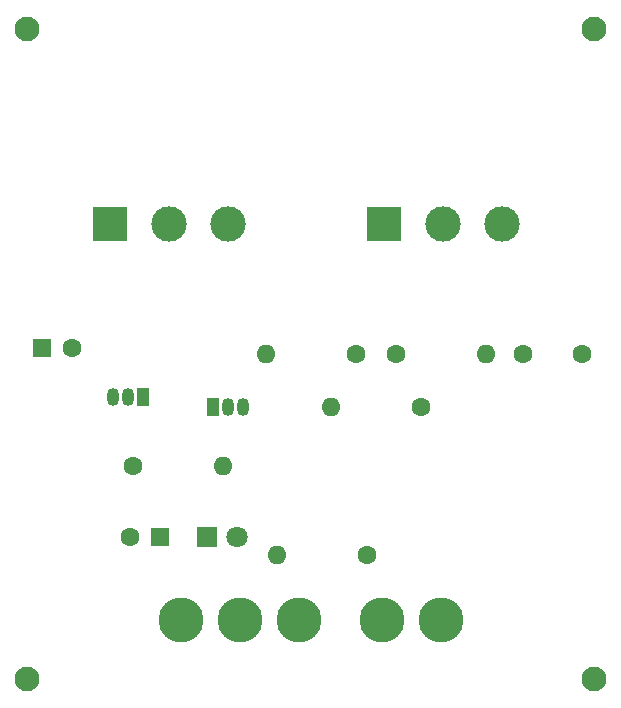
<source format=gbr>
%TF.GenerationSoftware,KiCad,Pcbnew,9.0.0*%
%TF.CreationDate,2025-03-23T20:18:55-06:00*%
%TF.ProjectId,FuzzFace2copy,46757a7a-4661-4636-9532-636f70792e6b,rev?*%
%TF.SameCoordinates,Original*%
%TF.FileFunction,Soldermask,Top*%
%TF.FilePolarity,Negative*%
%FSLAX46Y46*%
G04 Gerber Fmt 4.6, Leading zero omitted, Abs format (unit mm)*
G04 Created by KiCad (PCBNEW 9.0.0) date 2025-03-23 20:18:55*
%MOMM*%
%LPD*%
G01*
G04 APERTURE LIST*
%ADD10C,2.100000*%
%ADD11C,1.600000*%
%ADD12O,1.600000X1.600000*%
%ADD13C,2.600000*%
%ADD14C,3.800000*%
%ADD15R,1.050000X1.500000*%
%ADD16O,1.050000X1.500000*%
%ADD17R,1.600000X1.600000*%
%ADD18R,1.800000X1.800000*%
%ADD19C,1.800000*%
%ADD20R,3.000000X3.000000*%
%ADD21C,3.000000*%
G04 APERTURE END LIST*
D10*
%TO.C,H9*%
X179000000Y-86500000D03*
%TD*%
%TO.C,H8*%
X131000000Y-86500000D03*
%TD*%
%TO.C,H7*%
X179000000Y-31500000D03*
%TD*%
%TO.C,H6*%
X131000000Y-31500000D03*
%TD*%
D11*
%TO.C,R1*%
X158810000Y-59000000D03*
D12*
X151190000Y-59000000D03*
%TD*%
D11*
%TO.C,C3*%
X173000000Y-59000000D03*
X178000000Y-59000000D03*
%TD*%
%TO.C,R4*%
X139960000Y-68500000D03*
D12*
X147580000Y-68500000D03*
%TD*%
D13*
%TO.C,H3*%
X144000000Y-81500000D03*
D14*
X144000000Y-81500000D03*
%TD*%
D11*
%TO.C,R5*%
X159810000Y-76000000D03*
D12*
X152190000Y-76000000D03*
%TD*%
D15*
%TO.C,Q1*%
X140770000Y-62640000D03*
D16*
X139500000Y-62640000D03*
X138230000Y-62640000D03*
%TD*%
D11*
%TO.C,R2*%
X162190000Y-59000000D03*
D12*
X169810000Y-59000000D03*
%TD*%
D11*
%TO.C,R3*%
X164310000Y-63500000D03*
D12*
X156690000Y-63500000D03*
%TD*%
D13*
%TO.C,H5*%
X161000000Y-81500000D03*
D14*
X161000000Y-81500000D03*
%TD*%
D13*
%TO.C,H2*%
X166000000Y-81500000D03*
D14*
X166000000Y-81500000D03*
%TD*%
D17*
%TO.C,C1*%
X142205113Y-74500000D03*
D11*
X139705113Y-74500000D03*
%TD*%
D13*
%TO.C,H1*%
X149000000Y-81500000D03*
D14*
X149000000Y-81500000D03*
%TD*%
D15*
%TO.C,Q2*%
X146730000Y-63500000D03*
D16*
X148000000Y-63500000D03*
X149270000Y-63500000D03*
%TD*%
D13*
%TO.C,H4*%
X154000000Y-81500000D03*
D14*
X154000000Y-81500000D03*
%TD*%
D17*
%TO.C,C2*%
X132294888Y-58500000D03*
D11*
X134794888Y-58500000D03*
%TD*%
D18*
%TO.C,D1*%
X146225000Y-74500000D03*
D19*
X148765000Y-74500000D03*
%TD*%
D20*
%TO.C,R_vol1*%
X161177525Y-48000000D03*
D21*
X166177525Y-48000000D03*
X171177525Y-48000000D03*
%TD*%
D20*
%TO.C,R_fuzz1*%
X138000000Y-48000000D03*
D21*
X143000000Y-48000000D03*
X148000000Y-48000000D03*
%TD*%
M02*

</source>
